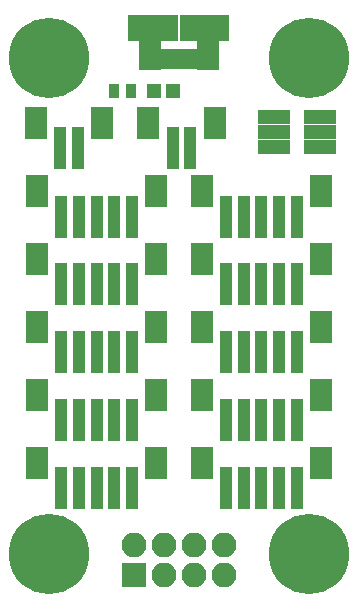
<source format=gts>
G04 #@! TF.FileFunction,Soldermask,Top*
%FSLAX46Y46*%
G04 Gerber Fmt 4.6, Leading zero omitted, Abs format (unit mm)*
G04 Created by KiCad (PCBNEW 4.0.5) date 05/20/17 23:37:33*
%MOMM*%
%LPD*%
G01*
G04 APERTURE LIST*
%ADD10C,0.100000*%
%ADD11R,1.100000X3.600000*%
%ADD12R,1.900000X2.700000*%
%ADD13R,1.200000X1.200000*%
%ADD14R,2.800000X1.160000*%
%ADD15R,0.850000X1.780000*%
%ADD16R,1.875000X2.500000*%
%ADD17R,2.775000X2.300000*%
%ADD18R,1.575000X2.300000*%
%ADD19R,0.900000X1.300000*%
%ADD20C,6.800000*%
%ADD21R,2.100000X2.100000*%
%ADD22O,2.100000X2.100000*%
G04 APERTURE END LIST*
D10*
D11*
X66000000Y-61600000D03*
X64500000Y-61600000D03*
D12*
X68050000Y-59450000D03*
X62450000Y-59450000D03*
D13*
X64550000Y-56750000D03*
X62950000Y-56750000D03*
D14*
X76950000Y-61520000D03*
X73050000Y-61520000D03*
X76950000Y-60250000D03*
X73050000Y-60250000D03*
X76950000Y-58980000D03*
X73050000Y-58980000D03*
D15*
X66300000Y-54080000D03*
X65650000Y-54080000D03*
X65000000Y-54080000D03*
X64350000Y-54080000D03*
X63700000Y-54080000D03*
D16*
X67462500Y-53720000D03*
X62537500Y-53720000D03*
D17*
X67910000Y-51420000D03*
X62090000Y-51420000D03*
D18*
X65840000Y-51420000D03*
X64160000Y-51420000D03*
D11*
X75000000Y-67400000D03*
X73500000Y-67400000D03*
X72000000Y-67400000D03*
X70500000Y-67400000D03*
X69000000Y-67400000D03*
D12*
X77050000Y-65250000D03*
X66950000Y-65250000D03*
D11*
X75000000Y-73150000D03*
X73500000Y-73150000D03*
X72000000Y-73150000D03*
X70500000Y-73150000D03*
X69000000Y-73150000D03*
D12*
X77050000Y-71000000D03*
X66950000Y-71000000D03*
D11*
X61050000Y-73150000D03*
X59550000Y-73150000D03*
X58050000Y-73150000D03*
X56550000Y-73150000D03*
X55050000Y-73150000D03*
D12*
X63100000Y-71000000D03*
X53000000Y-71000000D03*
D11*
X61050000Y-78900000D03*
X59550000Y-78900000D03*
X58050000Y-78900000D03*
X56550000Y-78900000D03*
X55050000Y-78900000D03*
D12*
X63100000Y-76750000D03*
X53000000Y-76750000D03*
D11*
X61050000Y-84650000D03*
X59550000Y-84650000D03*
X58050000Y-84650000D03*
X56550000Y-84650000D03*
X55050000Y-84650000D03*
D12*
X63100000Y-82500000D03*
X53000000Y-82500000D03*
D11*
X61050000Y-90400000D03*
X59550000Y-90400000D03*
X58050000Y-90400000D03*
X56550000Y-90400000D03*
X55050000Y-90400000D03*
D12*
X63100000Y-88250000D03*
X53000000Y-88250000D03*
D11*
X61050000Y-67400000D03*
X59550000Y-67400000D03*
X58050000Y-67400000D03*
X56550000Y-67400000D03*
X55050000Y-67400000D03*
D12*
X63100000Y-65250000D03*
X53000000Y-65250000D03*
D11*
X56500000Y-61600000D03*
X55000000Y-61600000D03*
D12*
X58550000Y-59450000D03*
X52950000Y-59450000D03*
D11*
X75000000Y-78900000D03*
X73500000Y-78900000D03*
X72000000Y-78900000D03*
X70500000Y-78900000D03*
X69000000Y-78900000D03*
D12*
X77050000Y-76750000D03*
X66950000Y-76750000D03*
D11*
X75000000Y-84650000D03*
X73500000Y-84650000D03*
X72000000Y-84650000D03*
X70500000Y-84650000D03*
X69000000Y-84650000D03*
D12*
X77050000Y-82500000D03*
X66950000Y-82500000D03*
D11*
X75000000Y-90400000D03*
X73500000Y-90400000D03*
X72000000Y-90400000D03*
X70500000Y-90400000D03*
X69000000Y-90400000D03*
D12*
X77050000Y-88250000D03*
X66950000Y-88250000D03*
D19*
X61000000Y-56750000D03*
X59500000Y-56750000D03*
D20*
X54000000Y-54000000D03*
X76000000Y-54000000D03*
X54000000Y-96000000D03*
X76000000Y-96000000D03*
D21*
X61190000Y-97790000D03*
D22*
X61190000Y-95250000D03*
X63730000Y-97790000D03*
X63730000Y-95250000D03*
X66270000Y-97790000D03*
X66270000Y-95250000D03*
X68810000Y-97790000D03*
X68810000Y-95250000D03*
M02*

</source>
